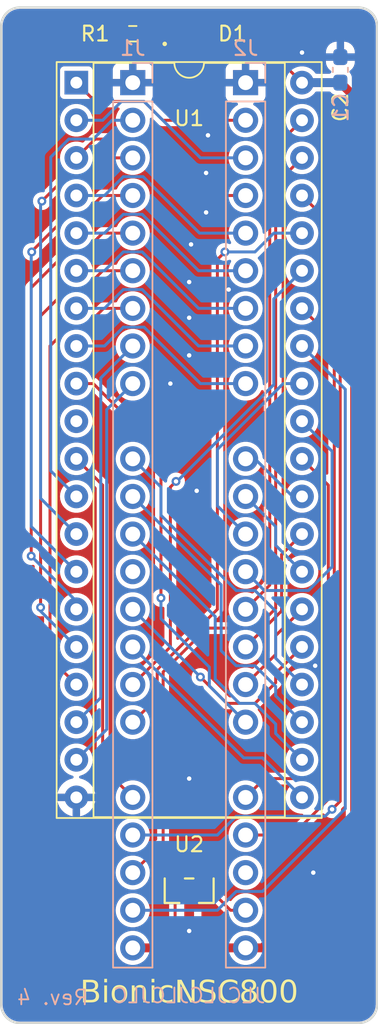
<source format=kicad_pcb>
(kicad_pcb (version 20240108) (generator "pcbnew") (generator_version "8.0")
  (title_block (title "BionicNSC800") (date "2025-03-02") (rev "4") (company "Tadashi G. Takaoka"))
  (layers (0 "F.Cu" signal) (31 "B.Cu" signal) (34 "B.Paste" user) (35 "F.Paste" user) (36 "B.SilkS" user "B.Silkscreen") (37 "F.SilkS" user "F.Silkscreen") (38 "B.Mask" user) (39 "F.Mask" user) (44 "Edge.Cuts" user))
  (net 0 "")
  (net 1 "VCC")
  (net 2 "GND")
  (net 3 "/P26")
  (net 5 "/P27")
  (net 6 "/P47")
  (net 7 "/P46")
  (net 8 "/P25")
  (net 9 "/P24")
  (net 10 "/P23")
  (net 11 "/P22")
  (net 12 "/P21")
  (net 13 "/P20")
  (net 14 "/P34")
  (net 15 "/P35")
  (net 16 "/P17")
  (net 17 "/P36")
  (net 18 "/P16")
  (net 19 "/P15")
  (net 20 "/P40")
  (net 21 "/P14")
  (net 22 "/P13")
  (net 23 "/P42")
  (net 24 "/P12")
  (net 25 "/P11")
  (net 26 "/P44")
  (net 27 "/P10")
  (net 28 "/P45")
  (net 29 "/P50")
  (net 30 "/P43")
  (net 31 "/P52")
  (net 32 "/P30")
  (net 33 "/P31")
  (net 34 "/P32")
  (net 35 "/P37")
  (net 36 "/P51")
  (net 37 "/P55")
  (net 38 "/P54")
  (net 39 "Net-(D1-K)")
  (net 40 "/P53")
  (net 41 "/P41")
  (net 43 "Net-(J2-P57)")
  (footprint "microchip:SOT-23_MC_MCH-M" (layer "F.Cu") (at 113.7 129.64 180)
    (property "Reference" "U2" (at 0 3.125 0) (layer "F.SilkS"))
    (property "Value" "11AA010-I/TT")
    (fp_line (start 1.652 0.827) (end 1.652 -0.827) (stroke (width 0.1524)) (layer "F.SilkS"))
    (fp_line (start 1.652 -0.827) (end 0.66294 -0.827) (stroke (width 0.1524)) (layer "F.SilkS"))
    (fp_line (start -0.287061 0.827) (end 0.287061 0.827) (stroke (width 0.1524)) (layer "F.SilkS"))
    (fp_line (start -0.66294 -0.827) (end -1.652 -0.827) (stroke (width 0.1524)) (layer "F.SilkS"))
    (fp_line (start -1.652 -0.827) (end -1.652 0.827) (stroke (width 0.1524)) (layer "F.SilkS"))
    (pad "1" smd rect (at -0.950001 1.066 180) (size 0.6604 1.6256) (layers "F.Cu" "F.Paste" "F.Mask") (net 43 "Net-(J2-P57)"))
    (pad "2" smd rect (at 0.950001 1.066 180) (size 0.6604 1.6256) (layers "F.Cu" "F.Paste" "F.Mask") (net 1 "VCC"))
    (pad "3" smd rect (at 0 -1.066 180) (size 0.6604 1.6256) (layers "F.Cu" "F.Paste" "F.Mask") (net 2 "GND"))
  )
  (footprint "Resistor_SMD:R_0603_1608Metric_Pad0.98x0.95mm_HandSolder" (layer "F.Cu") (at 109.89 71.778 180)
    (property "Reference" "R1" (at 2.54 0 0) (layer "F.SilkS"))
    (property "Value" "1.6k")
    (fp_line (start -0.254724 0.5225) (end 0.254724 0.5225) (stroke (width 0.12)) (layer "F.SilkS"))
    (fp_line (start -0.254724 -0.5225) (end 0.254724 -0.5225) (stroke (width 0.12)) (layer "F.SilkS"))
    (pad "1" smd roundrect (at -0.9125 0 180) (size 0.975 0.95) (layers "F.Cu" "F.Paste" "F.Mask") (net 39 "Net-(D1-K)"))
    (pad "2" smd roundrect (at 0.9125 0 180) (size 0.975 0.95) (layers "F.Cu" "F.Paste" "F.Mask") (net 2 "GND"))
  )
  (footprint "rhom:LED_CSL1901UW1_ROM-M" (layer "F.Cu") (at 113.7 71.778)
    (property "Reference" "D1" (at 2.921 0 0) (layer "F.SilkS"))
    (property "Value" "CSL1901UW1")
    (fp_circle (center -1.651 0.6858) (end -1.5748 0.6858) (stroke (width 0.1524)) (fill none) (layer "F.SilkS"))
    (pad "1" smd rect (at -0.8763 0) (size 0.9652 0.762) (layers "F.Cu" "F.Paste" "F.Mask") (net 39 "Net-(D1-K)"))
    (pad "2" smd rect (at 0.8763 0) (size 0.9652 0.762) (layers "F.Cu" "F.Paste" "F.Mask") (net 1 "VCC"))
    (zone (net 0) (net_name "") (layer "F.Cu") (connect_pads (clearance 0)) (min_thickness 0.254)
      (keepout (tracks not_allowed) (vias not_allowed) (pads allowed) (copperpour not_allowed) (footprints allowed))
      (fill (thermal_gap 0.508) (thermal_bridge_width 0.508))
      (polygon (pts (xy 113.3571 71.4224) (xy 114.0429 71.4224) (xy 114.0429 72.1336) (xy 113.3571 72.1336)))
    )
  )
  (footprint "Capacitor_SMD:C_0603_1608Metric_Pad1.08x0.95mm_HandSolder" (layer "F.Cu") (at 123.9108 74.2164 90)
    (property "Reference" "C2" (at -2.54 0 90) (layer "F.SilkS"))
    (property "Value" "22u")
    (fp_line (start -0.146267 -0.51) (end 0.146267 -0.51) (stroke (width 0.12)) (layer "F.SilkS"))
    (fp_line (start -0.146267 0.51) (end 0.146267 0.51) (stroke (width 0.12)) (layer "F.SilkS"))
    (pad "1" smd roundrect (at -0.8625 0 90) (size 1.075 0.95) (layers "F.Cu" "F.Paste" "F.Mask") (net 1 "VCC"))
    (pad "2" smd roundrect (at 0.8625 0 90) (size 1.075 0.95) (layers "F.Cu" "F.Paste" "F.Mask") (net 2 "GND"))
  )
  (footprint "bionic:DIP-40_W15.24mm_Socket" (layer "F.Cu") (at 106.08 75.08)
    (property "Reference" "U1" (at 7.62 2.413 0) (layer "F.SilkS"))
    (property "Value" "NSC800N")
    (fp_line (start -1.33 -1.39) (end -1.33 49.65) (stroke (width 0.12)) (layer "F.SilkS"))
    (fp_line (start -1.33 49.65) (end 16.57 49.65) (stroke (width 0.12)) (layer "F.SilkS"))
    (fp_line (start 1.16 -1.33) (end 1.16 49.59) (stroke (width 0.12)) (layer "F.SilkS"))
    (fp_line (start 1.16 49.59) (end 14.08 49.59) (stroke (width 0.12)) (layer "F.SilkS"))
    (fp_line (start 6.62 -1.33) (end 1.16 -1.33) (stroke (width 0.12)) (layer "F.SilkS"))
    (fp_line (start 14.08 -1.33) (end 8.62 -1.33) (stroke (width 0.12)) (layer "F.SilkS"))
    (fp_line (start 14.08 49.59) (end 14.08 -1.33) (stroke (width 0.12)) (layer "F.SilkS"))
    (fp_line (start 16.57 -1.39) (end -1.33 -1.39) (stroke (width 0.12)) (layer "F.SilkS"))
    (fp_line (start 16.57 49.65) (end 16.57 -1.39) (stroke (width 0.12)) (layer "F.SilkS"))
    (fp_arc (start 8.62 -1.33) (mid 7.62 -0.33) (end 6.62 -1.33) (stroke (width 0.12)) (layer "F.SilkS"))
    (pad "1" thru_hole rect (at 0 0) (size 1.6 1.6) (drill 0.8) (layers "*.Cu" "*.Mask") (net 13 "/P20"))
    (pad "2" thru_hole oval (at 0 2.54) (size 1.6 1.6) (drill 0.8) (layers "*.Cu" "*.Mask") (net 12 "/P21"))
    (pad "3" thru_hole oval (at 0 5.08) (size 1.6 1.6) (drill 0.8) (layers "*.Cu" "*.Mask") (net 11 "/P22"))
    (pad "4" thru_hole oval (at 0 7.62) (size 1.6 1.6) (drill 0.8) (layers "*.Cu" "*.Mask") (net 10 "/P23"))
    (pad "5" thru_hole oval (at 0 10.16) (size 1.6 1.6) (drill 0.8) (layers "*.Cu" "*.Mask") (net 9 "/P24"))
    (pad "6" thru_hole oval (at 0 12.7) (size 1.6 1.6) (drill 0.8) (layers "*.Cu" "*.Mask") (net 8 "/P25"))
    (pad "7" thru_hole oval (at 0 15.24) (size 1.6 1.6) (drill 0.8) (layers "*.Cu" "*.Mask") (net 3 "/P26"))
    (pad "8" thru_hole oval (at 0 17.78) (size 1.6 1.6) (drill 0.8) (layers "*.Cu" "*.Mask") (net 5 "/P27"))
    (pad "9" thru_hole oval (at 0 20.32) (size 1.6 1.6) (drill 0.8) (layers "*.Cu" "*.Mask") (net 6 "/P47"))
    (pad "10" thru_hole oval (at 0 22.86) (size 1.6 1.6) (drill 0.8) (layers "*.Cu" "*.Mask"))
    (pad "11" thru_hole oval (at 0 25.4) (size 1.6 1.6) (drill 0.8) (layers "*.Cu" "*.Mask") (net 29 "/P50"))
    (pad "12" thru_hole oval (at 0 27.94) (size 1.6 1.6) (drill 0.8) (layers "*.Cu" "*.Mask") (net 27 "/P10"))
    (pad "13" thru_hole oval (at 0 30.48) (size 1.6 1.6) (drill 0.8) (layers "*.Cu" "*.Mask") (net 25 "/P11"))
    (pad "14" thru_hole oval (at 0 33.02) (size 1.6 1.6) (drill 0.8) (layers "*.Cu" "*.Mask") (net 24 "/P12"))
    (pad "15" thru_hole oval (at 0 35.56) (size 1.6 1.6) (drill 0.8) (layers "*.Cu" "*.Mask") (net 22 "/P13"))
    (pad "16" thru_hole oval (at 0 38.1) (size 1.6 1.6) (drill 0.8) (layers "*.Cu" "*.Mask") (net 21 "/P14"))
    (pad "17" thru_hole oval (at 0 40.64) (size 1.6 1.6) (drill 0.8) (layers "*.Cu" "*.Mask") (net 19 "/P15"))
    (pad "18" thru_hole oval (at 0 43.18) (size 1.6 1.6) (drill 0.8) (layers "*.Cu" "*.Mask") (net 18 "/P16"))
    (pad "19" thru_hole oval (at 0 45.72) (size 1.6 1.6) (drill 0.8) (layers "*.Cu" "*.Mask") (net 16 "/P17"))
    (pad "20" thru_hole oval (at 0 48.26) (size 1.6 1.6) (drill 0.8) (layers "*.Cu" "*.Mask") (net 2 "GND"))
    (pad "21" thru_hole oval (at 15.24 48.26) (size 1.6 1.6) (drill 0.8) (layers "*.Cu" "*.Mask") (net 15 "/P35"))
    (pad "22" thru_hole oval (at 15.24 45.72) (size 1.6 1.6) (drill 0.8) (layers "*.Cu" "*.Mask") (net 34 "/P32"))
    (pad "23" thru_hole oval (at 15.24 43.18) (size 1.6 1.6) (drill 0.8) (layers "*.Cu" "*.Mask") (net 33 "/P31"))
    (pad "24" thru_hole oval (at 15.24 40.64) (size 1.6 1.6) (drill 0.8) (layers "*.Cu" "*.Mask") (net 32 "/P30"))
    (pad "25" thru_hole oval (at 15.24 38.1) (size 1.6 1.6) (drill 0.8) (layers "*.Cu" "*.Mask") (net 14 "/P34"))
    (pad "26" thru_hole oval (at 15.24 35.56) (size 1.6 1.6) (drill 0.8) (layers "*.Cu" "*.Mask") (net 7 "/P46"))
    (pad "27" thru_hole oval (at 15.24 33.02) (size 1.6 1.6) (drill 0.8) (layers "*.Cu" "*.Mask") (net 41 "/P41"))
    (pad "28" thru_hole oval (at 15.24 30.48) (size 1.6 1.6) (drill 0.8) (layers "*.Cu" "*.Mask") (net 28 "/P45"))
    (pad "29" thru_hole oval (at 15.24 27.94) (size 1.6 1.6) (drill 0.8) (layers "*.Cu" "*.Mask") (net 20 "/P40"))
    (pad "30" thru_hole oval (at 15.24 25.4) (size 1.6 1.6) (drill 0.8) (layers "*.Cu" "*.Mask") (net 38 "/P54"))
    (pad "31" thru_hole oval (at 15.24 22.86) (size 1.6 1.6) (drill 0.8) (layers "*.Cu" "*.Mask") (net 30 "/P43"))
    (pad "32" thru_hole oval (at 15.24 20.32) (size 1.6 1.6) (drill 0.8) (layers "*.Cu" "*.Mask") (net 23 "/P42"))
    (pad "33" thru_hole oval (at 15.24 17.78) (size 1.6 1.6) (drill 0.8) (layers "*.Cu" "*.Mask") (net 40 "/P53"))
    (pad "34" thru_hole oval (at 15.24 15.24) (size 1.6 1.6) (drill 0.8) (layers "*.Cu" "*.Mask") (net 37 "/P55"))
    (pad "35" thru_hole oval (at 15.24 12.7) (size 1.6 1.6) (drill 0.8) (layers "*.Cu" "*.Mask") (net 17 "/P36"))
    (pad "36" thru_hole oval (at 15.24 10.16) (size 1.6 1.6) (drill 0.8) (layers "*.Cu" "*.Mask") (net 35 "/P37"))
    (pad "37" thru_hole oval (at 15.24 7.62) (size 1.6 1.6) (drill 0.8) (layers "*.Cu" "*.Mask") (net 36 "/P51"))
    (pad "38" thru_hole oval (at 15.24 5.08) (size 1.6 1.6) (drill 0.8) (layers "*.Cu" "*.Mask") (net 31 "/P52"))
    (pad "39" thru_hole oval (at 15.24 2.54) (size 1.6 1.6) (drill 0.8) (layers "*.Cu" "*.Mask") (net 26 "/P44"))
    (pad "40" thru_hole oval (at 15.24 0) (size 1.6 1.6) (drill 0.8) (layers "*.Cu" "*.Mask") (net 1 "VCC"))
  )
  (footprint "bionic:Bionic-P245_THT" (layer "B.Cu") (at 117.51 75.08 180)
    (property "Reference" "J2" (at 0 2.33 0) (layer "B.SilkS") (effects (justify mirror)))
    (property "Value" "Bionic-P245")
    (fp_line (start 1.33 -1.27) (end -1.33 -1.27) (stroke (width 0.12)) (layer "B.SilkS"))
    (fp_line (start 1.33 -59.75) (end 1.33 -1.27) (stroke (width 0.12)) (layer "B.SilkS"))
    (fp_line (start 1.33 -59.75) (end -1.33 -59.75) (stroke (width 0.12)) (layer "B.SilkS"))
    (fp_line (start 0 1.33) (end -1.33 1.33) (stroke (width 0.12)) (layer "B.SilkS"))
    (fp_line (start -1.33 1.33) (end -1.33 0) (stroke (width 0.12)) (layer "B.SilkS"))
    (fp_line (start -1.33 -59.75) (end -1.33 -1.27) (stroke (width 0.12)) (layer "B.SilkS"))
    (pad "25" thru_hole oval (at 0 -58.42 180) (size 1.7 1.7) (drill 1) (layers "*.Cu" "*.Mask") (net 1 "VCC"))
    (pad "26" thru_hole oval (at 0 -55.88 180) (size 1.7 1.7) (drill 1) (layers "*.Cu" "*.Mask") (net 43 "Net-(J2-P57)"))
    (pad "27" thru_hole oval (at 0 -53.34 180) (size 1.7 1.7) (drill 1) (layers "*.Cu" "*.Mask"))
    (pad "28" thru_hole oval (at 0 -50.8 180) (size 1.7 1.7) (drill 1) (layers "*.Cu" "*.Mask") (net 37 "/P55"))
    (pad "29" thru_hole oval (at 0 -48.26 180) (size 1.7 1.7) (drill 1) (layers "*.Cu" "*.Mask") (net 38 "/P54"))
    (pad "31" thru_hole oval (at 0 -43.18 180) (size 1.7 1.7) (drill 1) (layers "*.Cu" "*.Mask") (net 6 "/P47"))
    (pad "32" thru_hole oval (at 0 -40.64 180) (size 1.7 1.7) (drill 1) (layers "*.Cu" "*.Mask") (net 7 "/P46"))
    (pad "33" thru_hole oval (at 0 -38.1 180) (size 1.7 1.7) (drill 1) (layers "*.Cu" "*.Mask") (net 28 "/P45"))
    (pad "34" thru_hole oval (at 0 -35.56 180) (size 1.7 1.7) (drill 1) (layers "*.Cu" "*.Mask") (net 26 "/P44"))
    (pad "35" thru_hole oval (at 0 -33.02 180) (size 1.7 1.7) (drill 1) (layers "*.Cu" "*.Mask") (net 30 "/P43"))
    (pad "36" thru_hole oval (at 0 -30.48 180) (size 1.7 1.7) (drill 1) (layers "*.Cu" "*.Mask") (net 23 "/P42"))
    (pad "37" thru_hole oval (at 0 -27.94 180) (size 1.7 1.7) (drill 1) (layers "*.Cu" "*.Mask") (net 41 "/P41"))
    (pad "38" thru_hole oval (at 0 -25.4 180) (size 1.7 1.7) (drill 1) (layers "*.Cu" "*.Mask") (net 20 "/P40"))
    (pad "40" thru_hole oval (at 0 -20.32 180) (size 1.7 1.7) (drill 1) (layers "*.Cu" "*.Mask") (net 5 "/P27"))
    (pad "41" thru_hole oval (at 0 -17.78 180) (size 1.7 1.7) (drill 1) (layers "*.Cu" "*.Mask") (net 3 "/P26"))
    (pad "42" thru_hole oval (at 0 -15.24 180) (size 1.7 1.7) (drill 1) (layers "*.Cu" "*.Mask") (net 8 "/P25"))
    (pad "43" thru_hole oval (at 0 -12.7 180) (size 1.7 1.7) (drill 1) (layers "*.Cu" "*.Mask") (net 9 "/P24"))
    (pad "44" thru_hole oval (at 0 -10.16 180) (size 1.7 1.7) (drill 1) (layers "*.Cu" "*.Mask") (net 10 "/P23"))
    (pad "45" thru_hole oval (at 0 -7.62 180) (size 1.7 1.7) (drill 1) (layers "*.Cu" "*.Mask") (net 11 "/P22"))
    (pad "46" thru_hole oval (at 0 -5.08 180) (size 1.7 1.7) (drill 1) (layers "*.Cu" "*.Mask") (net 12 "/P21"))
    (pad "47" thru_hole oval (at 0 -2.54 180) (size 1.7 1.7) (drill 1) (layers "*.Cu" "*.Mask") (net 13 "/P20"))
    (pad "48" thru_hole rect (at 0 0 180) (size 1.7 1.7) (drill 1) (layers "*.Cu" "*.Mask") (net 2 "GND"))
  )
  (footprint "bionic:Bionic-P135_THT" (layer "B.Cu") (at 109.89 75.08 180)
    (property "Reference" "J1" (at 0 2.33 0) (layer "B.SilkS") (effects (justify mirror)))
    (property "Value" "Bionic-P135")
    (fp_line (start 1.33 -1.27) (end -1.33 -1.27) (stroke (width 0.12)) (layer "B.SilkS"))
    (fp_line (start 1.33 -59.75) (end 1.33 -1.27) (stroke (width 0.12)) (layer "B.SilkS"))
    (fp_line (start 1.33 -59.75) (end -1.33 -59.75) (stroke (width 0.12)) (layer "B.SilkS"))
    (fp_line (start 0 1.33) (end -1.33 1.33) (stroke (width 0.12)) (layer "B.SilkS"))
    (fp_line (start -1.33 1.33) (end -1.33 0) (stroke (width 0.12)) (layer "B.SilkS"))
    (fp_line (start -1.33 -59.75) (end -1.33 -1.27) (stroke (width 0.12)) (layer "B.SilkS"))
    (pad "1" thru_hole rect (at 0 0 180) (size 1.7 1.7) (drill 1) (layers "*.Cu" "*.Mask") (net 2 "GND"))
    (pad "2" thru_hole oval (at 0 -2.54 180) (size 1.7 1.7) (drill 1) (layers "*.Cu" "*.Mask") (net 27 "/P10"))
    (pad "3" thru_hole oval (at 0 -5.08 180) (size 1.7 1.7) (drill 1) (layers "*.Cu" "*.Mask") (net 25 "/P11"))
    (pad "4" thru_hole oval (at 0 -7.62 180) (size 1.7 1.7) (drill 1) (layers "*.Cu" "*.Mask") (net 24 "/P12"))
    (pad "5" thru_hole oval (at 0 -10.16 180) (size 1.7 1.7) (drill 1) (layers "*.Cu" "*.Mask") (net 22 "/P13"))
    (pad "6" thru_hole oval (at 0 -12.7 180) (size 1.7 1.7) (drill 1) (layers "*.Cu" "*.Mask") (net 21 "/P14"))
    (pad "7" thru_hole oval (at 0 -15.24 180) (size 1.7 1.7) (drill 1) (layers "*.Cu" "*.Mask") (net 19 "/P15"))
    (pad "8" thru_hole oval (at 0 -17.78 180) (size 1.7 1.7) (drill 1) (layers "*.Cu" "*.Mask") (net 18 "/P16"))
    (pad "9" thru_hole oval (at 0 -20.32 180) (size 1.7 1.7) (drill 1) (layers "*.Cu" "*.Mask") (net 16 "/P17"))
    (pad "11" thru_hole oval (at 0 -25.4 180) (size 1.7 1.7) (drill 1) (layers "*.Cu" "*.Mask") (net 32 "/P30"))
    (pad "12" thru_hole oval (at 0 -27.94 180) (size 1.7 1.7) (drill 1) (layers "*.Cu" "*.Mask") (net 33 "/P31"))
    (pad "13" thru_hole oval (at 0 -30.48 180) (size 1.7 1.7) (drill 1) (layers "*.Cu" "*.Mask") (net 34 "/P32"))
    (pad "14" thru_hole oval (at 0 -33.02 180) (size 1.7 1.7) (drill 1) (layers "*.Cu" "*.Mask"))
    (pad "15" thru_hole oval (at 0 -35.56 180) (size 1.7 1.7) (drill 1) (layers "*.Cu" "*.Mask") (net 14 "/P34"))
    (pad "16" thru_hole oval (at 0 -38.1 180) (size 1.7 1.7) (drill 1) (layers "*.Cu" "*.Mask") (net 15 "/P35"))
    (pad "17" thru_hole oval (at 0 -40.64 180) (size 1.7 1.7) (drill 1) (layers "*.Cu" "*.Mask") (net 17 "/P36"))
    (pad "18" thru_hole oval (at 0 -43.18 180) (size 1.7 1.7) (drill 1) (layers "*.Cu" "*.Mask") (net 35 "/P37"))
    (pad "20" thru_hole oval (at 0 -48.26 180) (size 1.7 1.7) (drill 1) (layers "*.Cu" "*.Mask") (net 29 "/P50"))
    (pad "21" thru_hole oval (at 0 -50.8 180) (size 1.7 1.7) (drill 1) (layers "*.Cu" "*.Mask") (net 36 "/P51"))
    (pad "22" thru_hole oval (at 0 -53.34 180) (size 1.7 1.7) (drill 1) (layers "*.Cu" "*.Mask") (net 31 "/P52"))
    (pad "23" thru_hole oval (at 0 -55.88 180) (size 1.7 1.7) (drill 1) (layers "*.Cu" "*.Mask") (net 40 "/P53"))
    (pad "24" thru_hole oval (at 0 -58.42 180) (size 1.7 1.7) (drill 1) (layers "*.Cu" "*.Mask") (net 1 "VCC"))
  )
  (footprint "Capacitor_SMD:C_0603_1608Metric_Pad1.08x0.95mm_HandSolder" (layer "B.Cu") (at 123.9108 74.2164 90)
    (property "Reference" "C1" (at -2.54 0.03 90) (layer "B.SilkS") (effects (justify mirror)))
    (property "Value" "0.1u")
    (fp_line (start 0.146267 -0.51) (end -0.146267 -0.51) (stroke (width 0.12)) (layer "B.SilkS"))
    (fp_line (start 0.146267 0.51) (end -0.146267 0.51) (stroke (width 0.12)) (layer "B.SilkS"))
    (pad "1" smd roundrect (at -0.8625 0 90) (size 1.075 0.95) (layers "B.Cu" "B.Paste" "B.Mask") (net 1 "VCC"))
    (pad "2" smd roundrect (at 0.8625 0 90) (size 1.075 0.95) (layers "B.Cu" "B.Paste" "B.Mask") (net 2 "GND"))
  )
  (gr_line (start 125.13 70) (end 102.27 70) (stroke (width 0.15)) (layer "Edge.Cuts"))
  (gr_line (start 102.27 138.58) (end 125.13 138.58) (stroke (width 0.15)) (layer "Edge.Cuts"))
  (gr_arc (start 126.4 137.31) (mid 126.028026 138.208026) (end 125.13 138.58) (stroke (width 0.15)) (layer "Edge.Cuts"))
  (gr_line (start 126.4 137.31) (end 126.4 71.27) (stroke (width 0.15)) (layer "Edge.Cuts"))
  (gr_arc (start 102.27 138.58) (mid 101.371974 138.208026) (end 101 137.31) (stroke (width 0.15)) (layer "Edge.Cuts"))
  (gr_arc (start 125.13 70) (mid 126.028026 70.371974) (end 126.4 71.27) (stroke (width 0.15)) (layer "Edge.Cuts"))
  (gr_line (start 101 71.27) (end 101 137.31) (stroke (width 0.15)) (layer "Edge.Cuts"))
  (gr_arc (start 101 71.27) (mid 101.371974 70.371974) (end 102.27 70) (stroke (width 0.15)) (layer "Edge.Cuts"))
  (gr_text "Rev. 4" (at 106.969 137.437 0) (layer "B.SilkS") (effects (font (size 1 1)) (justify left bottom mirror)))
  (gr_text "JLCJLCJLCJLC" (at 113.7 137.31 0) (layer "B.SilkS") (effects (font (size 1 1)) (justify bottom mirror)))
  (gr_text "BionicNSC800" (at 113.7 137.437 0) (layer "F.SilkS") (effects (font (size 1.5 1.5)) (justify bottom)))
  (segment (start 124.876 127.277) (end 118.653 133.5) (width 0.6) (layer "F.Cu") (net 1))
  (segment (start 112.749999 128.574) (end 112.749999 133.438999) (width 0.2) (layer "F.Cu") (net 1))
  (segment (start 123.9108 75.08) (end 124.876 76.0452) (width 0.6) (layer "F.Cu") (net 1))
  (segment (start 123.7065 75.08) (end 123.86 74.9265) (width 0.2) (layer "F.Cu") (net 1))
  (segment (start 118.018 71.778) (end 121.32 75.08) (width 0.2) (layer "F.Cu") (net 1))
  (segment (start 114.5763 71.778) (end 118.018 71.778) (width 0.2) (layer "F.Cu") (net 1))
  (segment (start 118.653 133.5) (end 117.51 133.5) (width 0.6) (layer "F.Cu") (net 1))
  (segment (start 124.876 76.0452) (end 124.876 127.277) (width 0.6) (layer "F.Cu") (net 1))
  (segment (start 121.32 75.08) (end 123.9108 75.08) (width 0.6) (layer "F.Cu") (net 1))
  (segment (start 112.811 133.5) (end 117.51 133.5) (width 0.6) (layer "F.Cu") (net 1))
  (segment (start 109.89 133.5) (end 112.811 133.5) (width 0.6) (layer "F.Cu") (net 1))
  (segment (start 123.9108 75.0789) (end 121.3211 75.0789) (width 0.6) (layer "B.Cu") (net 1))
  (segment (start 121.3211 75.0789) (end 121.32 75.08) (width 0.8) (layer "B.Cu") (net 1))
  (via (at 116.367 89.05) (size 0.6) (drill 0.3) (layers "F.Cu" "B.Cu") (net 2))
  (via (at 114.843 81.176) (size 0.6) (drill 0.3) (layers "F.Cu" "B.Cu") (net 2))
  (via (at 122.209 114.45) (size 0.6) (drill 0.3) (layers "F.Cu" "B.Cu") (net 2))
  (via (at 114.208 102.639) (size 0.6) (drill 0.3) (layers "F.Cu" "B.Cu") (net 2))
  (via (at 113.827 86.002) (size 0.6) (drill 0.3) (layers "F.Cu" "B.Cu") (net 2))
  (via (at 113.7 90.955) (size 0.6) (drill 0.3) (layers "F.Cu" "B.Cu") (net 2))
  (via (at 114.97 78.636) (size 0.6) (drill 0.3) (layers "F.Cu" "B.Cu") (net 2))
  (via (at 122.082 128.42) (size 0.6) (drill 0.3) (layers "F.Cu" "B.Cu") (net 2))
  (via (at 113.7 122.07) (size 0.6) (drill 0.3) (layers "F.Cu" "B.Cu") (net 2))
  (via (at 113.7 88.542) (size 0.6) (drill 0.3) (layers "F.Cu" "B.Cu") (net 2))
  (via (at 113.7 132.357) (size 0.6) (drill 0.3) (layers "F.Cu" "B.Cu") (net 2))
  (via (at 113.7 93.495) (size 0.6) (drill 0.3) (layers "F.Cu" "B.Cu") (net 2))
  (via (at 121.32 73.048) (size 0.6) (drill 0.3) (layers "F.Cu" "B.Cu") (net 2))
  (via (at 112.43 95.4) (size 0.6) (drill 0.3) (layers "F.Cu" "B.Cu") (net 2))
  (via (at 114.843 83.843) (size 0.6) (drill 0.3) (layers "F.Cu" "B.Cu") (net 2))
  (segment (start 114.335 92.86) (end 110.525 89.05) (width 0.2) (layer "B.Cu") (net 3))
  (segment (start 110.525 89.05) (end 109.255 89.05) (width 0.2) (layer "B.Cu") (net 3))
  (segment (start 117.51 92.86) (end 114.335 92.86) (width 0.2) (layer "B.Cu") (net 3))
  (segment (start 107.985 90.32) (end 106.08 90.32) (width 0.2) (layer "B.Cu") (net 3))
  (segment (start 109.255 89.05) (end 107.985 90.32) (width 0.2) (layer "B.Cu") (net 3))
  (segment (start 114.462 95.4) (end 110.652 91.59) (width 0.2) (layer "B.Cu") (net 5))
  (segment (start 110.652 91.59) (end 109.255 91.59) (width 0.2) (layer "B.Cu") (net 5))
  (segment (start 107.985 92.86) (end 106.08 92.86) (width 0.2) (layer "B.Cu") (net 5))
  (segment (start 117.51 95.4) (end 114.462 95.4) (width 0.2) (layer "B.Cu") (net 5))
  (segment (start 109.255 91.59) (end 107.985 92.86) (width 0.2) (layer "B.Cu") (net 5))
  (segment (start 106.08 95.4) (end 106.08 96.035) (width 0.2) (layer "F.Cu") (net 6))
  (segment (start 111.795 99.972) (end 107.223 95.4) (width 0.2) (layer "F.Cu") (net 6))
  (segment (start 111.795 109.878) (end 111.795 99.972) (width 0.2) (layer "F.Cu") (net 6))
  (segment (start 107.223 95.4) (end 106.08 95.4) (width 0.2) (layer "F.Cu") (net 6))
  (via (at 111.795 109.878) (size 0.6) (drill 0.3) (layers "F.Cu" "B.Cu") (net 6))
  (segment (start 111.795 111.275) (end 115.059 114.539) (width 0.2) (layer "B.Cu") (net 6))
  (segment (start 115.059 114.539) (end 115.059 115.809) (width 0.2) (layer "B.Cu") (net 6))
  (segment (start 115.059 115.809) (end 117.51 118.26) (width 0.2) (layer "B.Cu") (net 6))
  (segment (start 111.795 109.878) (end 111.795 111.275) (width 0.2) (layer "B.Cu") (net 6))
  (segment (start 119.542 112.418) (end 121.32 110.64) (width 0.2) (layer "F.Cu") (net 7))
  (segment (start 117.51 115.72) (end 119.542 113.688) (width 0.2) (layer "F.Cu") (net 7))
  (segment (start 119.542 113.688) (end 119.542 112.418) (width 0.2) (layer "F.Cu") (net 7))
  (segment (start 110.525 86.51) (end 109.255 86.51) (width 0.2) (layer "B.Cu") (net 8))
  (segment (start 117.51 90.32) (end 114.335 90.32) (width 0.2) (layer "B.Cu") (net 8))
  (segment (start 114.335 90.32) (end 110.525 86.51) (width 0.2) (layer "B.Cu") (net 8))
  (segment (start 109.255 86.51) (end 107.985 87.78) (width 0.2) (layer "B.Cu") (net 8))
  (segment (start 107.985 87.78) (end 106.08 87.78) (width 0.2) (layer "B.Cu") (net 8))
  (segment (start 109.255 83.97) (end 107.985 85.24) (width 0.2) (layer "B.Cu") (net 9))
  (segment (start 110.525 83.97) (end 109.255 83.97) (width 0.2) (layer "B.Cu") (net 9))
  (segment (start 107.985 85.24) (end 106.08 85.24) (width 0.2) (layer "B.Cu") (net 9))
  (segment (start 114.335 87.78) (end 110.525 83.97) (width 0.2) (layer "B.Cu") (net 9))
  (segment (start 117.51 87.78) (end 114.335 87.78) (width 0.2) (layer "B.Cu") (net 9))
  (segment (start 117.51 85.24) (end 114.3985 85.24) (width 0.2) (layer "B.Cu") (net 10))
  (segment (start 110.5885 81.43) (end 109.255 81.43) (width 0.2) (layer "B.Cu") (net 10))
  (segment (start 109.255 81.43) (end 107.985 82.7) (width 0.2) (layer "B.Cu") (net 10))
  (segment (start 114.3985 85.24) (end 110.5885 81.43) (width 0.2) (layer "B.Cu") (net 10))
  (segment (start 107.985 82.7) (end 106.08 82.7) (width 0.2) (layer "B.Cu") (net 10))
  (segment (start 107.35 78.89) (end 106.08 80.16) (width 0.2) (layer "F.Cu") (net 11))
  (segment (start 117.51 82.7) (end 114.335 82.7) (width 0.2) (layer "F.Cu") (net 11))
  (segment (start 114.335 82.7) (end 110.525 78.89) (width 0.2) (layer "F.Cu") (net 11))
  (segment (start 110.525 78.89) (end 107.35 78.89) (width 0.2) (layer "F.Cu") (net 11))
  (segment (start 110.652 76.35) (end 109.128 76.35) (width 0.2) (layer "B.Cu") (net 12))
  (segment (start 117.51 80.16) (end 114.462 80.16) (width 0.2) (layer "B.Cu") (net 12))
  (segment (start 114.462 80.16) (end 110.652 76.35) (width 0.2) (layer "B.Cu") (net 12))
  (segment (start 107.858 77.62) (end 106.08 77.62) (width 0.2) (layer "B.Cu") (net 12))
  (segment (start 109.128 76.35) (end 107.858 77.62) (width 0.2) (layer "B.Cu") (net 12))
  (segment (start 111.922 77.62) (end 117.51 77.62) (width 0.2) (layer "F.Cu") (net 13))
  (segment (start 107.35 76.35) (end 110.652 76.35) (width 0.2) (layer "F.Cu") (net 13))
  (segment (start 110.652 76.35) (end 111.922 77.62) (width 0.2) (layer "F.Cu") (net 13))
  (segment (start 106.08 75.08) (end 107.35 76.35) (width 0.2) (layer "F.Cu") (net 13))
  (segment (start 116.24 116.99) (end 118.145 116.99) (width 0.2) (layer "F.Cu") (net 14))
  (segment (start 119.542 114.958) (end 121.32 113.18) (width 0.2) (layer "F.Cu") (net 14))
  (segment (start 114.462 115.212) (end 116.24 116.99) (width 0.2) (layer "F.Cu") (net 14))
  (segment (start 119.542 115.593) (end 119.542 114.958) (width 0.2) (layer "F.Cu") (net 14))
  (segment (start 118.145 116.99) (end 119.542 115.593) (width 0.2) (layer "F.Cu") (net 14))
  (segment (start 114.459 115.212) (end 114.462 115.212) (width 0.2) (layer "F.Cu") (net 14))
  (via (at 114.459 115.212) (size 0.6) (drill 0.3) (layers "F.Cu" "B.Cu") (net 14))
  (segment (start 114.459 115.212) (end 114.459 115.209) (width 0.2) (layer "B.Cu") (net 14))
  (segment (start 114.459 115.209) (end 109.89 110.64) (width 0.2) (layer "B.Cu") (net 14))
  (segment (start 118.653 120.673) (end 117.383 120.673) (width 0.2) (layer "B.Cu") (net 15))
  (segment (start 121.32 123.34) (end 118.653 120.673) (width 0.2) (layer "B.Cu") (net 15))
  (segment (start 117.383 120.673) (end 109.89 113.18) (width 0.2) (layer "B.Cu") (net 15))
  (segment (start 109.89 95.4) (end 108.131 97.159) (width 0.2) (layer "B.Cu") (net 16))
  (segment (start 108.131 97.159) (end 108.131 118.749) (width 0.2) (layer "B.Cu") (net 16))
  (segment (start 108.131 118.749) (end 106.08 120.8) (width 0.2) (layer "B.Cu") (net 16))
  (segment (start 112.43 102.385) (end 112.43 113.18) (width 0.2) (layer "F.Cu") (net 17))
  (segment (start 112.43 113.18) (end 109.89 115.72) (width 0.2) (layer "F.Cu") (net 17))
  (segment (start 112.811 102.004) (end 112.43 102.385) (width 0.2) (layer "F.Cu") (net 17))
  (via (at 112.811 102.004) (size 0.6) (drill 0.3) (layers "F.Cu" "B.Cu") (net 17))
  (segment (start 112.880314 102.004) (end 119.415 95.469314) (width 0.2) (layer "B.Cu") (net 17))
  (segment (start 119.415 89.685) (end 121.32 87.78) (width 0.2) (layer "B.Cu") (net 17))
  (segment (start 112.811 102.004) (end 112.880314 102.004) (width 0.2) (layer "B.Cu") (net 17))
  (segment (start 119.415 95.469314) (end 119.415 89.685) (width 0.2) (layer "B.Cu") (net 17))
  (segment (start 107.731 116.609) (end 106.08 118.26) (width 0.2) (layer "B.Cu") (net 18))
  (segment (start 109.89 92.86) (end 107.731 95.019) (width 0.2) (layer "B.Cu") (net 18))
  (segment (start 107.731 95.019) (end 107.731 116.609) (width 0.2) (layer "B.Cu") (net 18))
  (segment (start 106.6515 91.59) (end 105.572 91.59) (width 0.2) (layer "F.Cu") (net 19))
  (segment (start 107.9215 90.32) (end 106.6515 91.59) (width 0.2) (layer "F.Cu") (net 19))
  (segment (start 104.302 92.86) (end 104.302 113.942) (width 0.2) (layer "F.Cu") (net 19))
  (segment (start 104.302 113.942) (end 106.08 115.72) (width 0.2) (layer "F.Cu") (net 19))
  (segment (start 109.89 90.32) (end 107.9215 90.32) (width 0.2) (layer "F.Cu") (net 19))
  (segment (start 105.572 91.59) (end 104.302 92.86) (width 0.2) (layer "F.Cu") (net 19))
  (segment (start 120.685 103.02) (end 121.32 103.02) (width 0.2) (layer "B.Cu") (net 20))
  (segment (start 117.51 100.48) (end 118.145 100.48) (width 0.2) (layer "B.Cu") (net 20))
  (segment (start 118.145 100.48) (end 120.685 103.02) (width 0.2) (layer "B.Cu") (net 20))
  (segment (start 103.667 110.513) (end 103.667 90.828) (width 0.2) (layer "F.Cu") (net 21))
  (segment (start 105.445 89.05) (end 106.588 89.05) (width 0.2) (layer "F.Cu") (net 21))
  (segment (start 107.858 87.78) (end 109.89 87.78) (width 0.2) (layer "F.Cu") (net 21))
  (segment (start 106.588 89.05) (end 107.858 87.78) (width 0.2) (layer "F.Cu") (net 21))
  (segment (start 103.667 90.828) (end 105.445 89.05) (width 0.2) (layer "F.Cu") (net 21))
  (via (at 103.667 110.513) (size 0.6) (drill 0.3) (layers "F.Cu" "B.Cu") (net 21))
  (segment (start 103.667 110.513) (end 103.667 110.767) (width 0.2) (layer "B.Cu") (net 21))
  (segment (start 103.667 110.767) (end 106.08 113.18) (width 0.2) (layer "B.Cu") (net 21))
  (segment (start 106.588 86.51) (end 107.858 85.24) (width 0.2) (layer "F.Cu") (net 22))
  (segment (start 103.032 107.049) (end 103.032 88.923) (width 0.2) (layer "F.Cu") (net 22))
  (segment (start 107.858 85.24) (end 109.89 85.24) (width 0.2) (layer "F.Cu") (net 22))
  (segment (start 105.445 86.51) (end 106.588 86.51) (width 0.2) (layer "F.Cu") (net 22))
  (segment (start 103.032 88.923) (end 105.445 86.51) (width 0.2) (layer "F.Cu") (net 22))
  (via (at 103.032 107.049) (size 0.6) (drill 0.3) (layers "F.Cu" "B.Cu") (net 22))
  (segment (start 103.032 107.049) (end 103.0347 107.049) (width 0.2) (layer "B.Cu") (net 22))
  (segment (start 103.0347 107.049) (end 106.08 110.0943) (width 0.2) (layer "B.Cu") (net 22))
  (segment (start 106.08 110.0943) (end 106.08 110.64) (width 0.2) (layer "B.Cu") (net 22))
  (segment (start 120.05 95.4) (end 121.32 95.4) (width 0.2) (layer "B.Cu") (net 23))
  (segment (start 115.605 99.845) (end 120.05 95.4) (width 0.2) (layer "B.Cu") (net 23))
  (segment (start 115.605 103.655) (end 115.605 99.845) (width 0.2) (layer "B.Cu") (net 23))
  (segment (start 117.51 105.56) (end 115.605 103.655) (width 0.2) (layer "B.Cu") (net 23))
  (segment (start 103.067 86.475) (end 105.572 83.97) (width 0.2) (layer "F.Cu") (net 24))
  (segment (start 103.067 86.51) (end 103.067 86.475) (width 0.2) (layer "F.Cu") (net 24))
  (segment (start 105.572 83.97) (end 106.588 83.97) (width 0.2) (layer "F.Cu") (net 24))
  (segment (start 107.858 82.7) (end 109.89 82.7) (width 0.2) (layer "F.Cu") (net 24))
  (segment (start 106.588 83.97) (end 107.858 82.7) (width 0.2) (layer "F.Cu") (net 24))
  (via (at 103.067 86.51) (size 0.6) (drill 0.3) (layers "F.Cu" "B.Cu") (net 24))
  (segment (start 103.067 86.51) (end 103.032 86.545) (width 0.2) (layer "B.Cu") (net 24))
  (segment (start 103.032 105.052) (end 106.08 108.1) (width 0.2) (layer "B.Cu") (net 24))
  (segment (start 103.032 86.545) (end 103.032 105.052) (width 0.2) (layer "B.Cu") (net 24))
  (segment (start 106.588 81.43) (end 107.858 80.16) (width 0.2) (layer "F.Cu") (net 25))
  (segment (start 105.4038 81.43) (end 106.588 81.43) (width 0.2) (layer "F.Cu") (net 25))
  (segment (start 107.858 80.16) (end 109.89 80.16) (width 0.2) (layer "F.Cu") (net 25))
  (segment (start 103.7528 83.081) (end 105.4038 81.43) (width 0.2) (layer "F.Cu") (net 25))
  (via (at 103.7528 83.081) (size 0.6) (drill 0.3) (layers "F.Cu" "B.Cu") (net 25))
  (segment (start 103.667 103.147) (end 106.08 105.56) (width 0.2) (layer "B.Cu") (net 25))
  (segment (start 103.7528 83.081) (end 103.667 83.1668) (width 0.2) (layer "B.Cu") (net 25))
  (segment (start 103.667 83.1668) (end 103.667 103.147) (width 0.2) (layer "B.Cu") (net 25))
  (segment (start 117.51 110.64) (end 119.142 109.008) (width 0.2) (layer "F.Cu") (net 26))
  (segment (start 119.142 79.798) (end 121.32 77.62) (width 0.2) (layer "F.Cu") (net 26))
  (segment (start 119.142 109.008) (end 119.142 79.798) (width 0.2) (layer "F.Cu") (net 26))
  (segment (start 105.572 78.89) (end 104.3528 80.1092) (width 0.2) (layer "B.Cu") (net 27))
  (segment (start 104.3528 101.2928) (end 106.08 103.02) (width 0.2) (layer "B.Cu") (net 27))
  (segment (start 108.493 77.62) (end 107.223 78.89) (width 0.2) (layer "B.Cu") (net 27))
  (segment (start 109.89 77.62) (end 108.493 77.62) (width 0.2) (layer "B.Cu") (net 27))
  (segment (start 104.3528 80.1092) (end 104.3528 101.2928) (width 0.2) (layer "B.Cu") (net 27))
  (segment (start 107.223 78.89) (end 105.572 78.89) (width 0.2) (layer "B.Cu") (net 27))
  (segment (start 119.942 110.747999) (end 119.942 106.938) (width 0.2) (layer "F.Cu") (net 28))
  (segment (start 119.942 106.938) (end 121.32 105.56) (width 0.2) (layer "F.Cu") (net 28))
  (segment (start 117.51 113.18) (end 119.942 110.747999) (width 0.2) (layer "F.Cu") (net 28))
  (segment (start 107.858 121.308) (end 107.858 102.258) (width 0.2) (layer "F.Cu") (net 29))
  (segment (start 109.89 123.34) (end 107.858 121.308) (width 0.2) (layer "F.Cu") (net 29))
  (segment (start 107.858 102.258) (end 106.08 100.48) (width 0.2) (layer "F.Cu") (net 29))
  (segment (start 123.352 107.7733) (end 121.7553 109.37) (width 0.2) (layer "B.Cu") (net 30))
  (segment (start 121.7553 109.37) (end 118.78 109.37) (width 0.2) (layer "B.Cu") (net 30))
  (segment (start 118.78 109.37) (end 117.51 108.1) (width 0.2) (layer "B.Cu") (net 30))
  (segment (start 123.352 99.972) (end 123.352 107.7733) (width 0.2) (layer "B.Cu") (net 30))
  (segment (start 121.32 97.94) (end 123.352 99.972) (width 0.2) (layer "B.Cu") (net 30))
  (segment (start 109.89 128.42) (end 111.941 126.369) (width 0.2) (layer "F.Cu") (net 31))
  (segment (start 114.900686 111.91) (end 118.214314 111.91) (width 0.2) (layer "F.Cu") (net 31))
  (segment (start 118.214314 111.91) (end 119.542 110.582314) (width 0.2) (layer "F.Cu") (net 31))
  (segment (start 111.941 126.369) (end 111.941 114.869686) (width 0.2) (layer "F.Cu") (net 31))
  (segment (start 119.542 81.938) (end 121.32 80.16) (width 0.2) (layer "F.Cu") (net 31))
  (segment (start 119.542 110.582314) (end 119.542 81.938) (width 0.2) (layer "F.Cu") (net 31))
  (segment (start 111.941 114.869686) (end 114.900686 111.91) (width 0.2) (layer "F.Cu") (net 31))
  (segment (start 119.542 110.767) (end 119.542 113.942) (width 0.2) (layer "B.Cu") (net 32))
  (segment (start 111.795 104.29) (end 116.875 109.37) (width 0.2) (layer "B.Cu") (net 32))
  (segment (start 116.875 109.37) (end 118.145 109.37) (width 0.2) (layer "B.Cu") (net 32))
  (segment (start 109.89 100.48) (end 111.795 102.385) (width 0.2) (layer "B.Cu") (net 32))
  (segment (start 119.542 113.942) (end 121.32 115.72) (width 0.2) (layer "B.Cu") (net 32))
  (segment (start 111.795 102.385) (end 111.795 104.29) (width 0.2) (layer "B.Cu") (net 32))
  (segment (start 118.145 109.37) (end 119.542 110.767) (width 0.2) (layer "B.Cu") (net 32))
  (segment (start 115.859 113.434) (end 115.859 108.989) (width 0.2) (layer "B.Cu") (net 33))
  (segment (start 118.145 114.45) (end 116.875 114.45) (width 0.2) (layer "B.Cu") (net 33))
  (segment (start 115.859 108.989) (end 109.89 103.02) (width 0.2) (layer "B.Cu") (net 33))
  (segment (start 116.875 114.45) (end 115.859 113.434) (width 0.2) (layer "B.Cu") (net 33))
  (segment (start 119.542 116.482) (end 119.542 115.847) (width 0.2) (layer "B.Cu") (net 33))
  (segment (start 119.542 115.847) (end 118.145 114.45) (width 0.2) (layer "B.Cu") (net 33))
  (segment (start 121.32 118.26) (end 119.542 116.482) (width 0.2) (layer "B.Cu") (net 33))
  (segment (start 115.459 115.3552) (end 115.459 111.129) (width 0.2) (layer "B.Cu") (net 34))
  (segment (start 121.32 120.8) (end 119.542 119.022) (width 0.2) (layer "B.Cu") (net 34))
  (segment (start 117.0938 116.99) (end 115.459 115.3552) (width 0.2) (layer "B.Cu") (net 34))
  (segment (start 119.542 119.022) (end 119.542 118.387) (width 0.2) (layer "B.Cu") (net 34))
  (segment (start 119.542 118.387) (end 118.145 116.99) (width 0.2) (layer "B.Cu") (net 34))
  (segment (start 118.145 116.99) (end 117.0938 116.99) (width 0.2) (layer "B.Cu") (net 34))
  (segment (start 115.459 111.129) (end 109.89 105.56) (width 0.2) (layer "B.Cu") (net 34))
  (segment (start 115.605 110.64) (end 111.541 114.704) (width 0.2) (layer "F.Cu") (net 35))
  (segment (start 111.541 116.609) (end 109.89 118.26) (width 0.2) (layer "F.Cu") (net 35))
  (segment (start 111.541 114.704) (end 111.541 116.609) (width 0.2) (layer "F.Cu") (net 35))
  (segment (start 116.113 86.51) (end 115.605 87.018) (width 0.2) (layer "F.Cu") (net 35))
  (segment (start 115.605 87.018) (end 115.605 110.64) (width 0.2) (layer "F.Cu") (net 35))
  (via (at 116.113 86.51) (size 0.6) (drill 0.3) (layers "F.Cu" "B.Cu") (net 35))
  (segment (start 119.415 85.24) (end 121.32 85.24) (width 0.2) (layer "B.Cu") (net 35))
  (segment (start 118.145 86.51) (end 119.415 85.24) (width 0.2) (layer "B.Cu") (net 35))
  (segment (start 116.113 86.51) (end 118.145 86.51) (width 0.2) (layer "B.Cu") (net 35))
  (segment (start 123.898 85.278) (end 121.32 82.7) (width 0.2) (layer "F.Cu") (net 36))
  (segment (start 123.350602 124.143868) (end 123.898 123.59647) (width 0.2) (layer "F.Cu") (net 36))
  (segment (start 123.898 123.59647) (end 123.898 85.278) (width 0.2) (layer "F.Cu") (net 36))
  (via (at 123.350602 124.143868) (size 0.6) (drill 0.3) (layers "F.Cu" "B.Cu") (net 36))
  (segment (start 122.88447 124.61) (end 116.875 124.61) (width 0.2) (layer "B.Cu") (net 36))
  (segment (start 116.875 124.61) (end 115.605 125.88) (width 0.2) (layer "B.Cu") (net 36))
  (segment (start 115.605 125.88) (end 109.89 125.88) (width 0.2) (layer "B.Cu") (net 36))
  (segment (start 123.350602 124.143868) (end 122.88447 124.61) (width 0.2) (layer "B.Cu") (net 36))
  (segment (start 120.685 125.88) (end 117.51 125.88) (width 0.2) (layer "F.Cu") (net 37))
  (segment (start 123.498 123.067) (end 120.685 125.88) (width 0.2) (layer "F.Cu") (net 37))
  (segment (start 123.498 92.498) (end 123.498 123.067) (width 0.2) (layer "F.Cu") (net 37))
  (segment (start 121.32 90.32) (end 123.498 92.498) (width 0.2) (layer "F.Cu") (net 37))
  (segment (start 123.098 102.258) (end 123.098 120.917634) (width 0.2) (layer "F.Cu") (net 38))
  (segment (start 121.945634 122.07) (end 118.78 122.07) (width 0.2) (layer "F.Cu") (net 38))
  (segment (start 118.78 122.07) (end 117.51 123.34) (width 0.2) (layer "F.Cu") (net 38))
  (segment (start 123.098 120.917634) (end 121.945634 122.07) (width 0.2) (layer "F.Cu") (net 38))
  (segment (start 121.32 100.48) (end 123.098 102.258) (width 0.2) (layer "F.Cu") (net 38))
  (segment (start 112.8237 71.778) (end 110.8025 71.778) (width 0.2) (layer "F.Cu") (net 39))
  (segment (start 118.653 129.69) (end 124.241 124.102) (width 0.2) (layer "B.Cu") (net 40))
  (segment (start 109.89 130.96) (end 115.605 130.96) (width 0.2) (layer "B.Cu") (net 40))
  (segment (start 116.875 129.69) (end 118.653 129.69) (width 0.2) (layer "B.Cu") (net 40))
  (segment (start 124.241 124.102) (end 124.241 95.781) (width 0.2) (layer "B.Cu") (net 40))
  (segment (start 124.241 95.781) (end 121.32 92.86) (width 0.2) (layer "B.Cu") (net 40))
  (segment (start 115.605 130.96) (end 116.875 129.69) (width 0.2) (layer "B.Cu") (net 40))
  (segment (start 117.51 103.02) (end 119.542 105.052) (width 0.2) (layer "B.Cu") (net 41))
  (segment (start 119.542 106.322) (end 121.32 108.1) (width 0.2) (layer "B.Cu") (net 41))
  (segment (start 119.542 105.052) (end 119.542 106.322) (width 0.2) (layer "B.Cu") (net 41))
  (segment (start 116.494 130.96) (end 117.51 130.96) (width 0.2) (layer "F.Cu") (net 43))
  (segment (start 114.650001 128.574) (end 114.650001 129.116001) (width 0.2) (layer "F.Cu") (net 43))
  (segment (start 114.650001 129.116001) (end 116.494 130.96) (width 0.2) (layer "F.Cu") (net 43))
  (zone (net 2) (net_name "GND") (layers "F&B.Cu") (connect_pads (clearance 0.3)) (min_thickness 0.2) (fill yes (thermal_gap 0.5) (thermal_bridge_width 0.5))
    (polygon (pts (xy 101 138.58) (xy 126.4 138.58) (xy 126.4 70) (xy 101 70)))
  )
)
</source>
